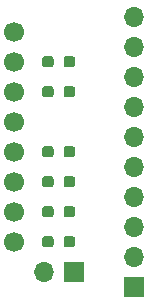
<source format=gbr>
%TF.GenerationSoftware,KiCad,Pcbnew,(5.1.10)-1*%
%TF.CreationDate,2021-10-05T20:05:55+09:00*%
%TF.ProjectId,mr8-gender-changer,6d72382d-6765-46e6-9465-722d6368616e,1*%
%TF.SameCoordinates,Original*%
%TF.FileFunction,Soldermask,Top*%
%TF.FilePolarity,Negative*%
%FSLAX46Y46*%
G04 Gerber Fmt 4.6, Leading zero omitted, Abs format (unit mm)*
G04 Created by KiCad (PCBNEW (5.1.10)-1) date 2021-10-05 20:05:55*
%MOMM*%
%LPD*%
G01*
G04 APERTURE LIST*
%ADD10C,1.700000*%
%ADD11O,1.700000X1.700000*%
%ADD12R,1.700000X1.700000*%
G04 APERTURE END LIST*
D10*
%TO.C,J3*%
X153670000Y-101870000D03*
X153670000Y-99330000D03*
X153670000Y-96790000D03*
X153670000Y-94250000D03*
X153670000Y-91710000D03*
X153670000Y-89170000D03*
X153670000Y-86630000D03*
X153670000Y-84090000D03*
%TD*%
D11*
%TO.C,J2*%
X156210000Y-104410000D03*
D12*
X158750000Y-104410000D03*
%TD*%
%TO.C,R6*%
G36*
G01*
X156080000Y-102107500D02*
X156080000Y-101632500D01*
G75*
G02*
X156317500Y-101395000I237500J0D01*
G01*
X156817500Y-101395000D01*
G75*
G02*
X157055000Y-101632500I0J-237500D01*
G01*
X157055000Y-102107500D01*
G75*
G02*
X156817500Y-102345000I-237500J0D01*
G01*
X156317500Y-102345000D01*
G75*
G02*
X156080000Y-102107500I0J237500D01*
G01*
G37*
G36*
G01*
X157905000Y-102107500D02*
X157905000Y-101632500D01*
G75*
G02*
X158142500Y-101395000I237500J0D01*
G01*
X158642500Y-101395000D01*
G75*
G02*
X158880000Y-101632500I0J-237500D01*
G01*
X158880000Y-102107500D01*
G75*
G02*
X158642500Y-102345000I-237500J0D01*
G01*
X158142500Y-102345000D01*
G75*
G02*
X157905000Y-102107500I0J237500D01*
G01*
G37*
%TD*%
%TO.C,R5*%
G36*
G01*
X157905000Y-99567500D02*
X157905000Y-99092500D01*
G75*
G02*
X158142500Y-98855000I237500J0D01*
G01*
X158642500Y-98855000D01*
G75*
G02*
X158880000Y-99092500I0J-237500D01*
G01*
X158880000Y-99567500D01*
G75*
G02*
X158642500Y-99805000I-237500J0D01*
G01*
X158142500Y-99805000D01*
G75*
G02*
X157905000Y-99567500I0J237500D01*
G01*
G37*
G36*
G01*
X156080000Y-99567500D02*
X156080000Y-99092500D01*
G75*
G02*
X156317500Y-98855000I237500J0D01*
G01*
X156817500Y-98855000D01*
G75*
G02*
X157055000Y-99092500I0J-237500D01*
G01*
X157055000Y-99567500D01*
G75*
G02*
X156817500Y-99805000I-237500J0D01*
G01*
X156317500Y-99805000D01*
G75*
G02*
X156080000Y-99567500I0J237500D01*
G01*
G37*
%TD*%
%TO.C,R4*%
G36*
G01*
X157905000Y-97027500D02*
X157905000Y-96552500D01*
G75*
G02*
X158142500Y-96315000I237500J0D01*
G01*
X158642500Y-96315000D01*
G75*
G02*
X158880000Y-96552500I0J-237500D01*
G01*
X158880000Y-97027500D01*
G75*
G02*
X158642500Y-97265000I-237500J0D01*
G01*
X158142500Y-97265000D01*
G75*
G02*
X157905000Y-97027500I0J237500D01*
G01*
G37*
G36*
G01*
X156080000Y-97027500D02*
X156080000Y-96552500D01*
G75*
G02*
X156317500Y-96315000I237500J0D01*
G01*
X156817500Y-96315000D01*
G75*
G02*
X157055000Y-96552500I0J-237500D01*
G01*
X157055000Y-97027500D01*
G75*
G02*
X156817500Y-97265000I-237500J0D01*
G01*
X156317500Y-97265000D01*
G75*
G02*
X156080000Y-97027500I0J237500D01*
G01*
G37*
%TD*%
%TO.C,R3*%
G36*
G01*
X157905000Y-94487500D02*
X157905000Y-94012500D01*
G75*
G02*
X158142500Y-93775000I237500J0D01*
G01*
X158642500Y-93775000D01*
G75*
G02*
X158880000Y-94012500I0J-237500D01*
G01*
X158880000Y-94487500D01*
G75*
G02*
X158642500Y-94725000I-237500J0D01*
G01*
X158142500Y-94725000D01*
G75*
G02*
X157905000Y-94487500I0J237500D01*
G01*
G37*
G36*
G01*
X156080000Y-94487500D02*
X156080000Y-94012500D01*
G75*
G02*
X156317500Y-93775000I237500J0D01*
G01*
X156817500Y-93775000D01*
G75*
G02*
X157055000Y-94012500I0J-237500D01*
G01*
X157055000Y-94487500D01*
G75*
G02*
X156817500Y-94725000I-237500J0D01*
G01*
X156317500Y-94725000D01*
G75*
G02*
X156080000Y-94487500I0J237500D01*
G01*
G37*
%TD*%
%TO.C,R2*%
G36*
G01*
X157905000Y-89407500D02*
X157905000Y-88932500D01*
G75*
G02*
X158142500Y-88695000I237500J0D01*
G01*
X158642500Y-88695000D01*
G75*
G02*
X158880000Y-88932500I0J-237500D01*
G01*
X158880000Y-89407500D01*
G75*
G02*
X158642500Y-89645000I-237500J0D01*
G01*
X158142500Y-89645000D01*
G75*
G02*
X157905000Y-89407500I0J237500D01*
G01*
G37*
G36*
G01*
X156080000Y-89407500D02*
X156080000Y-88932500D01*
G75*
G02*
X156317500Y-88695000I237500J0D01*
G01*
X156817500Y-88695000D01*
G75*
G02*
X157055000Y-88932500I0J-237500D01*
G01*
X157055000Y-89407500D01*
G75*
G02*
X156817500Y-89645000I-237500J0D01*
G01*
X156317500Y-89645000D01*
G75*
G02*
X156080000Y-89407500I0J237500D01*
G01*
G37*
%TD*%
%TO.C,R1*%
G36*
G01*
X157905000Y-86867500D02*
X157905000Y-86392500D01*
G75*
G02*
X158142500Y-86155000I237500J0D01*
G01*
X158642500Y-86155000D01*
G75*
G02*
X158880000Y-86392500I0J-237500D01*
G01*
X158880000Y-86867500D01*
G75*
G02*
X158642500Y-87105000I-237500J0D01*
G01*
X158142500Y-87105000D01*
G75*
G02*
X157905000Y-86867500I0J237500D01*
G01*
G37*
G36*
G01*
X156080000Y-86867500D02*
X156080000Y-86392500D01*
G75*
G02*
X156317500Y-86155000I237500J0D01*
G01*
X156817500Y-86155000D01*
G75*
G02*
X157055000Y-86392500I0J-237500D01*
G01*
X157055000Y-86867500D01*
G75*
G02*
X156817500Y-87105000I-237500J0D01*
G01*
X156317500Y-87105000D01*
G75*
G02*
X156080000Y-86867500I0J237500D01*
G01*
G37*
%TD*%
D11*
%TO.C,J1*%
X163830000Y-82820000D03*
X163830000Y-85360000D03*
X163830000Y-87900000D03*
X163830000Y-90440000D03*
X163830000Y-92980000D03*
X163830000Y-95520000D03*
X163830000Y-98060000D03*
X163830000Y-100600000D03*
X163830000Y-103140000D03*
D12*
X163830000Y-105680000D03*
%TD*%
M02*

</source>
